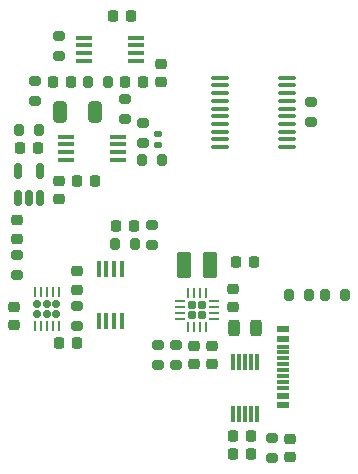
<source format=gbr>
%TF.GenerationSoftware,KiCad,Pcbnew,7.99.0-950-gc4668c1d3a-dirty*%
%TF.CreationDate,2023-06-01T03:31:39+08:00*%
%TF.ProjectId,HeartRateMonitor,48656172-7452-4617-9465-4d6f6e69746f,C*%
%TF.SameCoordinates,Original*%
%TF.FileFunction,Paste,Top*%
%TF.FilePolarity,Positive*%
%FSLAX46Y46*%
G04 Gerber Fmt 4.6, Leading zero omitted, Abs format (unit mm)*
G04 Created by KiCad (PCBNEW 7.99.0-950-gc4668c1d3a-dirty) date 2023-06-01 03:31:39*
%MOMM*%
%LPD*%
G01*
G04 APERTURE LIST*
G04 Aperture macros list*
%AMRoundRect*
0 Rectangle with rounded corners*
0 $1 Rounding radius*
0 $2 $3 $4 $5 $6 $7 $8 $9 X,Y pos of 4 corners*
0 Add a 4 corners polygon primitive as box body*
4,1,4,$2,$3,$4,$5,$6,$7,$8,$9,$2,$3,0*
0 Add four circle primitives for the rounded corners*
1,1,$1+$1,$2,$3*
1,1,$1+$1,$4,$5*
1,1,$1+$1,$6,$7*
1,1,$1+$1,$8,$9*
0 Add four rect primitives between the rounded corners*
20,1,$1+$1,$2,$3,$4,$5,0*
20,1,$1+$1,$4,$5,$6,$7,0*
20,1,$1+$1,$6,$7,$8,$9,0*
20,1,$1+$1,$8,$9,$2,$3,0*%
G04 Aperture macros list end*
%ADD10RoundRect,0.225000X-0.250000X0.225000X-0.250000X-0.225000X0.250000X-0.225000X0.250000X0.225000X0*%
%ADD11R,1.450000X0.450000*%
%ADD12RoundRect,0.200000X-0.275000X0.200000X-0.275000X-0.200000X0.275000X-0.200000X0.275000X0.200000X0*%
%ADD13RoundRect,0.200000X0.275000X-0.200000X0.275000X0.200000X-0.275000X0.200000X-0.275000X-0.200000X0*%
%ADD14RoundRect,0.160000X0.160000X-0.170000X0.160000X0.170000X-0.160000X0.170000X-0.160000X-0.170000X0*%
%ADD15RoundRect,0.062500X0.062500X-0.365000X0.062500X0.365000X-0.062500X0.365000X-0.062500X-0.365000X0*%
%ADD16RoundRect,0.225000X0.225000X0.250000X-0.225000X0.250000X-0.225000X-0.250000X0.225000X-0.250000X0*%
%ADD17RoundRect,0.225000X-0.225000X-0.250000X0.225000X-0.250000X0.225000X0.250000X-0.225000X0.250000X0*%
%ADD18RoundRect,0.200000X0.200000X0.275000X-0.200000X0.275000X-0.200000X-0.275000X0.200000X-0.275000X0*%
%ADD19RoundRect,0.200000X-0.200000X-0.275000X0.200000X-0.275000X0.200000X0.275000X-0.200000X0.275000X0*%
%ADD20RoundRect,0.100000X0.637500X0.100000X-0.637500X0.100000X-0.637500X-0.100000X0.637500X-0.100000X0*%
%ADD21R,0.300000X1.400000*%
%ADD22R,1.140460X0.500380*%
%ADD23R,1.140460X0.299720*%
%ADD24RoundRect,0.243750X0.243750X0.456250X-0.243750X0.456250X-0.243750X-0.456250X0.243750X-0.456250X0*%
%ADD25RoundRect,0.225000X0.250000X-0.225000X0.250000X0.225000X-0.250000X0.225000X-0.250000X-0.225000X0*%
%ADD26R,0.450000X1.450000*%
%ADD27RoundRect,0.170000X-0.170000X0.170000X-0.170000X-0.170000X0.170000X-0.170000X0.170000X0.170000X0*%
%ADD28RoundRect,0.062500X-0.062500X0.350000X-0.062500X-0.350000X0.062500X-0.350000X0.062500X0.350000X0*%
%ADD29RoundRect,0.062500X-0.350000X0.062500X-0.350000X-0.062500X0.350000X-0.062500X0.350000X0.062500X0*%
%ADD30RoundRect,0.250000X0.375000X0.850000X-0.375000X0.850000X-0.375000X-0.850000X0.375000X-0.850000X0*%
%ADD31RoundRect,0.150000X0.150000X-0.512500X0.150000X0.512500X-0.150000X0.512500X-0.150000X-0.512500X0*%
%ADD32RoundRect,0.140000X-0.170000X0.140000X-0.170000X-0.140000X0.170000X-0.140000X0.170000X0.140000X0*%
%ADD33RoundRect,0.250000X-0.325000X-0.650000X0.325000X-0.650000X0.325000X0.650000X-0.325000X0.650000X0*%
G04 APERTURE END LIST*
D10*
%TO.C,C6*%
X35318000Y-58091500D03*
X35318000Y-59641500D03*
%TD*%
D11*
%TO.C,U6*%
X30406000Y-33933500D03*
X30406000Y-33283500D03*
X30406000Y-32633500D03*
X30406000Y-31983500D03*
X26006000Y-31983500D03*
X26006000Y-32633500D03*
X26006000Y-33283500D03*
X26006000Y-33933500D03*
%TD*%
D10*
%TO.C,C19*%
X20078000Y-54789500D03*
X20078000Y-56339500D03*
%TD*%
D12*
%TO.C,R26*%
X31000000Y-39245500D03*
X31000000Y-40895500D03*
%TD*%
D13*
%TO.C,R5*%
X33794000Y-59691500D03*
X33794000Y-58041500D03*
%TD*%
D12*
%TO.C,R21*%
X31762000Y-47881500D03*
X31762000Y-49531500D03*
%TD*%
D14*
%TO.C,U9*%
X22054000Y-55368500D03*
X22844000Y-55368500D03*
X23634000Y-55368500D03*
X22054000Y-54548500D03*
X22844000Y-54548500D03*
X23634000Y-54548500D03*
D15*
X21844000Y-56406000D03*
X22344000Y-56406000D03*
X22844000Y-56406000D03*
X23344000Y-56406000D03*
X23844000Y-56406000D03*
X23844000Y-53511000D03*
X23344000Y-53511000D03*
X22844000Y-53511000D03*
X22344000Y-53511000D03*
X21844000Y-53511000D03*
%TD*%
D16*
%TO.C,C2*%
X40157000Y-67248500D03*
X38607000Y-67248500D03*
%TD*%
D17*
%TO.C,C3*%
X38607000Y-65724500D03*
X40157000Y-65724500D03*
%TD*%
D18*
%TO.C,R14*%
X22173000Y-39816500D03*
X20523000Y-39816500D03*
%TD*%
D13*
%TO.C,R3*%
X41922000Y-67565500D03*
X41922000Y-65915500D03*
%TD*%
D10*
%TO.C,C4*%
X36842000Y-58091500D03*
X36842000Y-59641500D03*
%TD*%
D19*
%TO.C,R1*%
X46431000Y-53786500D03*
X48081000Y-53786500D03*
%TD*%
D20*
%TO.C,U4*%
X43192000Y-41228500D03*
X43192000Y-40578500D03*
X43192000Y-39928500D03*
X43192000Y-39278500D03*
X43192000Y-38628500D03*
X43192000Y-37978500D03*
X43192000Y-37328500D03*
X43192000Y-36678500D03*
X43192000Y-36028500D03*
X43192000Y-35378500D03*
X37467000Y-35378500D03*
X37467000Y-36028500D03*
X37467000Y-36678500D03*
X37467000Y-37328500D03*
X37467000Y-37978500D03*
X37467000Y-38628500D03*
X37467000Y-39278500D03*
X37467000Y-39928500D03*
X37467000Y-40578500D03*
X37467000Y-41228500D03*
%TD*%
D12*
%TO.C,R20*%
X20332000Y-50421500D03*
X20332000Y-52071500D03*
%TD*%
D21*
%TO.C,U1*%
X38636000Y-63860500D03*
X39136000Y-63860500D03*
X39636000Y-63860500D03*
X40136000Y-63860500D03*
X40636000Y-63860500D03*
X40636000Y-59460500D03*
X40136000Y-59460500D03*
X39636000Y-59460500D03*
X39136000Y-59460500D03*
X38636000Y-59460500D03*
%TD*%
D12*
%TO.C,R22*%
X25412000Y-54739500D03*
X25412000Y-56389500D03*
%TD*%
D17*
%TO.C,C8*%
X28701000Y-47944500D03*
X30251000Y-47944500D03*
%TD*%
D22*
%TO.C,J1*%
X42841480Y-63082900D03*
X42841480Y-62282800D03*
D23*
X42841480Y-61132180D03*
X42841480Y-60131420D03*
X42841480Y-59633580D03*
X42838940Y-58632820D03*
D22*
X42841480Y-57482200D03*
X42841480Y-56682100D03*
D23*
X42841480Y-58132440D03*
X42841480Y-59133200D03*
X42841480Y-60631800D03*
X42838940Y-61632560D03*
%TD*%
D17*
%TO.C,C16*%
X28447000Y-30164500D03*
X29997000Y-30164500D03*
%TD*%
D24*
%TO.C,F1*%
X40573500Y-56580500D03*
X38698500Y-56580500D03*
%TD*%
D19*
%TO.C,R13*%
X28651000Y-49468500D03*
X30301000Y-49468500D03*
%TD*%
D25*
%TO.C,C18*%
X25412000Y-53304500D03*
X25412000Y-51754500D03*
%TD*%
%TO.C,C5*%
X38620000Y-54815500D03*
X38620000Y-53265500D03*
%TD*%
D12*
%TO.C,R4*%
X32270000Y-58041500D03*
X32270000Y-59691500D03*
%TD*%
D17*
%TO.C,C7*%
X38861000Y-50992500D03*
X40411000Y-50992500D03*
%TD*%
D19*
%TO.C,R25*%
X30937000Y-42356500D03*
X32587000Y-42356500D03*
%TD*%
D26*
%TO.C,U11*%
X29181000Y-51586500D03*
X28531000Y-51586500D03*
X27881000Y-51586500D03*
X27231000Y-51586500D03*
X27231000Y-55986500D03*
X27881000Y-55986500D03*
X28531000Y-55986500D03*
X29181000Y-55986500D03*
%TD*%
D27*
%TO.C,U3*%
X35992000Y-54636500D03*
X35152000Y-54636500D03*
X35992000Y-55476500D03*
X35152000Y-55476500D03*
D28*
X36322000Y-53594000D03*
X35822000Y-53594000D03*
X35322000Y-53594000D03*
X34822000Y-53594000D03*
D29*
X34109500Y-54306500D03*
X34109500Y-54806500D03*
X34109500Y-55306500D03*
X34109500Y-55806500D03*
D28*
X34822000Y-56519000D03*
X35322000Y-56519000D03*
X35822000Y-56519000D03*
X36322000Y-56519000D03*
D29*
X37034500Y-55806500D03*
X37034500Y-55306500D03*
X37034500Y-54806500D03*
X37034500Y-54306500D03*
%TD*%
D13*
%TO.C,R18*%
X21856000Y-37339500D03*
X21856000Y-35689500D03*
%TD*%
D30*
%TO.C,L1*%
X36647000Y-51246500D03*
X34497000Y-51246500D03*
%TD*%
D31*
%TO.C,U5*%
X20398000Y-45526000D03*
X21348000Y-45526000D03*
X22298000Y-45526000D03*
X22298000Y-43251000D03*
X20398000Y-43251000D03*
%TD*%
D10*
%TO.C,C11*%
X20332000Y-47436500D03*
X20332000Y-48986500D03*
%TD*%
D11*
%TO.C,U2*%
X24482000Y-40365500D03*
X24482000Y-41015500D03*
X24482000Y-41665500D03*
X24482000Y-42315500D03*
X28882000Y-42315500D03*
X28882000Y-41665500D03*
X28882000Y-41015500D03*
X28882000Y-40365500D03*
%TD*%
D13*
%TO.C,R16*%
X29476000Y-38863500D03*
X29476000Y-37213500D03*
%TD*%
D32*
%TO.C,C22*%
X32270000Y-40098500D03*
X32270000Y-41058500D03*
%TD*%
D17*
%TO.C,C20*%
X23875000Y-57850500D03*
X25425000Y-57850500D03*
%TD*%
%TO.C,C15*%
X29463000Y-35752500D03*
X31013000Y-35752500D03*
%TD*%
D10*
%TO.C,C1*%
X43446000Y-65965500D03*
X43446000Y-67515500D03*
%TD*%
D13*
%TO.C,R19*%
X23888000Y-33529500D03*
X23888000Y-31879500D03*
%TD*%
D12*
%TO.C,R8*%
X45224000Y-37467500D03*
X45224000Y-39117500D03*
%TD*%
D33*
%TO.C,C21*%
X23937000Y-38292500D03*
X26887000Y-38292500D03*
%TD*%
D17*
%TO.C,C17*%
X23367000Y-35752500D03*
X24917000Y-35752500D03*
%TD*%
D25*
%TO.C,C10*%
X23888000Y-45671500D03*
X23888000Y-44121500D03*
%TD*%
D10*
%TO.C,C14*%
X32524000Y-34215500D03*
X32524000Y-35765500D03*
%TD*%
D17*
%TO.C,C9*%
X20573000Y-41340500D03*
X22123000Y-41340500D03*
%TD*%
D16*
%TO.C,C12*%
X26949000Y-44134500D03*
X25399000Y-44134500D03*
%TD*%
D18*
%TO.C,R2*%
X45033000Y-53786500D03*
X43383000Y-53786500D03*
%TD*%
D19*
%TO.C,R17*%
X26365000Y-35752500D03*
X28015000Y-35752500D03*
%TD*%
M02*

</source>
